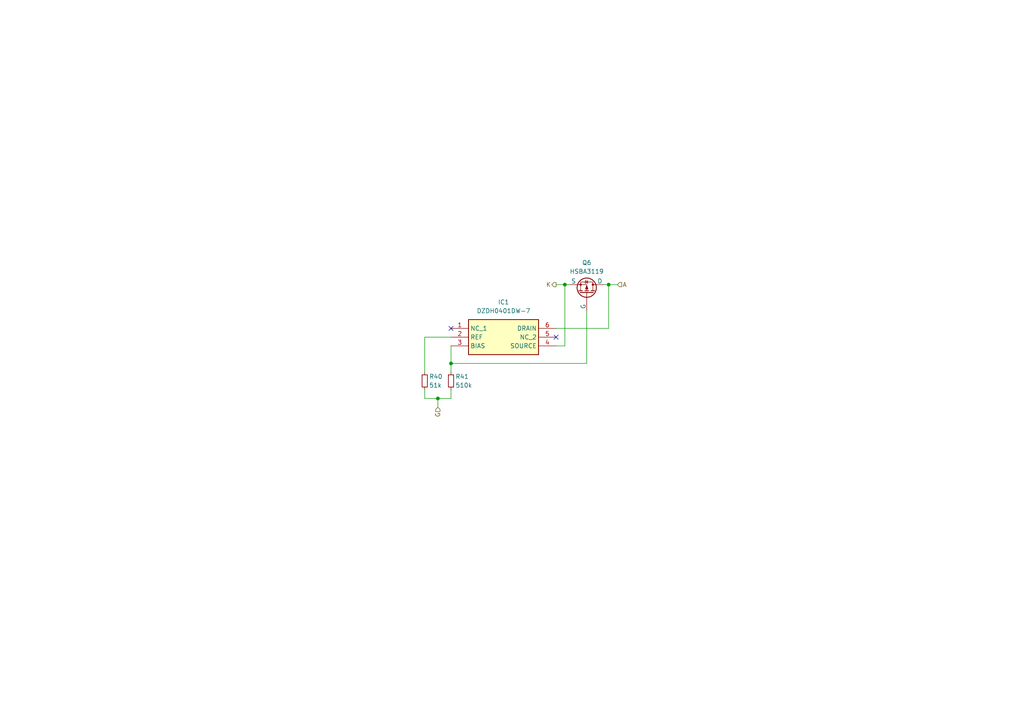
<source format=kicad_sch>
(kicad_sch (version 20250114) (generator "eeschema") (generator_version "9.0")
  (paper "A4")
  (title_block (title "6S_BMS") (date "2024-11-17") (rev "1.0") (company "NTURacing") (comment 1 "Jerrymk, Jack Kuo"))
  (lib_symbols
    (symbol "Device:R_Small" (pin_numbers (hide yes)) (pin_names (offset 0.254) (hide yes))
      (property "Reference" "R" (at 0.762 0.508 0))
      (property "Value" "R_Small" (at 0.762 -1.016 0))
      (symbol "R_Small_0_1"
        (rectangle (start -0.762 1.778) (end 0.762 -1.778) (stroke (width 0.2032)))
      )
      (symbol "R_Small_1_1"
        (pin passive line (at 0 2.54 270) (length 0.762) (name "~") (number "1"))
        (pin passive line (at 0 -2.54 90) (length 0.762) (name "~") (number "2"))
      )
    )
    (symbol "SamacSys_Parts_EP6:DZDH0401DW-7"
      (property "Reference" "IC" (at 26.67 7.62 0))
      (property "Value" "DZDH0401DW-7" (at 26.67 5.08 0))
      (symbol "DZDH0401DW-7_1_1"
        (rectangle (start 5.08 2.54) (end 25.4 -7.62) (stroke (width 0.254)) (fill (type background)))
        (pin passive line (at 0 0 0) (length 5.08) (name "NC_1") (number "1"))
        (pin passive line (at 0 -2.54 0) (length 5.08) (name "REF") (number "2"))
        (pin passive line (at 0 -5.08 0) (length 5.08) (name "BIAS") (number "3"))
        (pin passive line (at 30.48 0 180) (length 5.08) (name "DRAIN") (number "6"))
        (pin passive line (at 30.48 -2.54 180) (length 5.08) (name "NC_2") (number "5"))
        (pin passive line (at 30.48 -5.08 180) (length 5.08) (name "SOURCE") (number "4"))
      )
    )
    (symbol "nturt_kicad_lib_EP6:HSBA3119_PMOS_GSDnumber" (pin_numbers (hide yes)) (pin_names (offset 0))
      (property "Reference" "Q" (at 5.08 1.27 0))
      (property "Value" "HSBA3119_PMOS_GSDnumber" (at 5.08 -1.27 0))
      (symbol "HSBA3119_PMOS_GSDnumber_0_1"
        (polyline (pts (xy 0.254 1.905) (xy 0.254 -1.905)) (stroke (width 0.254)))
        (polyline (pts (xy 0.254 0) (xy -2.54 0)))
        (polyline (pts (xy 0.762 2.286) (xy 0.762 1.27)) (stroke (width 0.254)))
        (polyline (pts (xy 0.762 1.778) (xy 3.302 1.778) (xy 3.302 -1.778) (xy 0.762 -1.778)))
        (polyline (pts (xy 0.762 0.508) (xy 0.762 -0.508)) (stroke (width 0.254)))
        (polyline (pts (xy 0.762 -1.27) (xy 0.762 -2.286)) (stroke (width 0.254)))
        (circle (center 1.651 0) (radius 2.794) (stroke (width 0.254)))
        (polyline (pts (xy 2.286 0) (xy 1.27 0.381) (xy 1.27 -0.381) (xy 2.286 0)) (fill (type outline)))
        (polyline (pts (xy 2.54 2.54) (xy 2.54 1.778)))
        (circle (center 2.54 1.778) (radius 0.254) (fill (type outline)))
        (circle (center 2.54 -1.778) (radius 0.254) (fill (type outline)))
        (polyline (pts (xy 2.54 -2.54) (xy 2.54 0) (xy 0.762 0)))
        (polyline (pts (xy 2.794 -0.508) (xy 2.921 -0.381) (xy 3.683 -0.381) (xy 3.81 -0.254)))
        (polyline (pts (xy 3.302 -0.381) (xy 2.921 0.254) (xy 3.683 0.254) (xy 3.302 -0.381)))
      )
      (symbol "HSBA3119_PMOS_GSDnumber_1_1"
        (pin input line (at -5.08 0 0) (length 2.54) (name "G") (number "G"))
        (pin passive line (at 2.54 5.08 270) (length 2.54) (name "D") (number "D"))
        (pin passive line (at 2.54 -5.08 90) (length 2.54) (name "S") (number "S"))
      )
    )
  )
  (junction (at 176.53 82.55))
  (junction (at 127 115.57))
  (junction (at 130.81 105.41))
  (junction (at 163.83 82.55))
  (no_connect (at 130.81 95.25))
  (no_connect (at 161.29 97.79))
  (wire (pts (xy 130.81 115.57) (xy 130.81 113.03)))
  (wire (pts (xy 123.19 97.79) (xy 123.19 107.95)))
  (wire (pts (xy 170.18 90.17) (xy 170.18 105.41)))
  (wire (pts (xy 161.29 95.25) (xy 176.53 95.25)))
  (wire (pts (xy 170.18 105.41) (xy 130.81 105.41)))
  (wire (pts (xy 130.81 105.41) (xy 130.81 107.95)))
  (wire (pts (xy 176.53 95.25) (xy 176.53 82.55)))
  (wire (pts (xy 127 115.57) (xy 127 118.11)))
  (wire (pts (xy 130.81 97.79) (xy 123.19 97.79)))
  (wire (pts (xy 161.29 82.55) (xy 163.83 82.55)))
  (wire (pts (xy 163.83 82.55) (xy 165.1 82.55)))
  (wire (pts (xy 176.53 82.55) (xy 175.26 82.55)))
  (wire (pts (xy 130.81 100.33) (xy 130.81 105.41)))
  (wire (pts (xy 127 115.57) (xy 130.81 115.57)))
  (wire (pts (xy 161.29 100.33) (xy 163.83 100.33)))
  (wire (pts (xy 176.53 82.55) (xy 179.07 82.55)))
  (wire (pts (xy 123.19 115.57) (xy 127 115.57)))
  (wire (pts (xy 123.19 115.57) (xy 123.19 113.03)))
  (wire (pts (xy 163.83 100.33) (xy 163.83 82.55)))
  (hierarchical_label "K" (shape output) (at 161.29 82.55 180))
  (hierarchical_label "G" (shape input) (at 127 118.11 270))
  (hierarchical_label "A" (shape input) (at 179.07 82.55 0))
  (symbol (lib_id "SamacSys_Parts_EP6:DZDH0401DW-7") (at 130.81 95.25 0) (unit 1)
    (property "Reference" "IC1" (at 146.05 87.63 0))
    (property "Value" "DZDH0401DW-7" (at 146.05 90.17 0))
    (property "Footprint" "SamacSys_Parts_EP6:SOT65P210X110-6N" (effects (hide yes)))
    (property "Datasheet" "https://www.diodes.com//assets/Datasheets/DZDH0401DW.pdf" (effects (hide yes)))
    (property "Description" "Gate Drivers Transistor Gate Driver SOT363 T&R 3K" (effects (hide yes)))
    (property "Height" "1.1" (effects (hide yes)))
    (property "Mouser Part Number" "621-DZDH0401DW-7" (effects (hide yes)))
    (property "Mouser Price/Stock" "https://www.mouser.co.uk/ProductDetail/Diodes-Incorporated/DZDH0401DW-7?qs=81r%252BiQLm7BSVLWLitJ0b7A%3D%3D" (effects (hide yes)))
    (property "Manufacturer_Name" "Diodes Incorporated" (effects (hide yes)))
    (property "Manufacturer_Part_Number" "DZDH0401DW-7" (effects (hide yes)))
  )
  (symbol (lib_id "Device:R_Small") (at 123.19 110.49 0) (unit 1)
    (property "Reference" "R40" (at 124.46 109.22 0) (effects (justify left)))
    (property "Value" "51k" (at 124.46 111.76 0) (effects (justify left)))
    (property "Footprint" "Resistor_SMD:R_0402_1005Metric" (effects (hide yes)))
    (property "Description" "Resistor, small symbol" (effects (hide yes)))
  )
  (symbol (lib_id "Device:R_Small") (at 130.81 110.49 0) (unit 1)
    (property "Reference" "R41" (at 132.08 109.22 0) (effects (justify left)))
    (property "Value" "510k" (at 132.08 111.76 0) (effects (justify left)))
    (property "Footprint" "Resistor_SMD:R_0402_1005Metric" (effects (hide yes)))
    (property "Description" "Resistor, small symbol" (effects (hide yes)))
  )
  (symbol (lib_id "nturt_kicad_lib_EP6:HSBA3119_PMOS_GSDnumber") (at 170.18 85.09 270) (mirror x) (unit 1)
    (property "Reference" "Q6" (at 170.18 76.2 90))
    (property "Value" "HSBA3119" (at 170.18 78.74 90))
    (property "Footprint" "nturt_kicad_lib_EP6:HSBA3119_PRPAK5X6" (effects (hide yes)))
    (property "Datasheet" "https://ngspice.sourceforge.io/docs/ngspice-html-manual/manual.xhtml#cha_MOSFETs" (effects (hide yes)))
    (property "Description" "P-MOSFET transistor, drain/source/gate" (effects (hide yes)))
    (property "Sim.Device" "PMOS" (effects (hide yes)))
    (property "Sim.Type" "VDMOS" (effects (hide yes)))
    (property "Sim.Pins" "1=D 2=G 3=S" (effects (hide yes)))
  )
)
</source>
